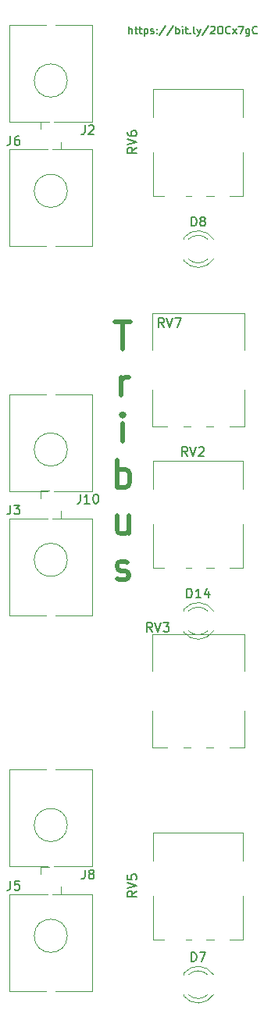
<source format=gbr>
%TF.GenerationSoftware,KiCad,Pcbnew,(5.1.9-0-10_14)*%
%TF.CreationDate,2021-04-20T22:44:58+02:00*%
%TF.ProjectId,tribus_front,74726962-7573-45f6-9672-6f6e742e6b69,rev?*%
%TF.SameCoordinates,Original*%
%TF.FileFunction,Legend,Top*%
%TF.FilePolarity,Positive*%
%FSLAX46Y46*%
G04 Gerber Fmt 4.6, Leading zero omitted, Abs format (unit mm)*
G04 Created by KiCad (PCBNEW (5.1.9-0-10_14)) date 2021-04-20 22:44:58*
%MOMM*%
%LPD*%
G01*
G04 APERTURE LIST*
%ADD10C,0.200000*%
%ADD11C,0.500000*%
%ADD12C,0.120000*%
%ADD13C,0.150000*%
G04 APERTURE END LIST*
D10*
X13405714Y-1631904D02*
X13405714Y-831904D01*
X13748571Y-1631904D02*
X13748571Y-1212857D01*
X13710476Y-1136666D01*
X13634285Y-1098571D01*
X13520000Y-1098571D01*
X13443809Y-1136666D01*
X13405714Y-1174761D01*
X14015238Y-1098571D02*
X14320000Y-1098571D01*
X14129523Y-831904D02*
X14129523Y-1517619D01*
X14167619Y-1593809D01*
X14243809Y-1631904D01*
X14320000Y-1631904D01*
X14472380Y-1098571D02*
X14777142Y-1098571D01*
X14586666Y-831904D02*
X14586666Y-1517619D01*
X14624761Y-1593809D01*
X14700952Y-1631904D01*
X14777142Y-1631904D01*
X15043809Y-1098571D02*
X15043809Y-1898571D01*
X15043809Y-1136666D02*
X15120000Y-1098571D01*
X15272380Y-1098571D01*
X15348571Y-1136666D01*
X15386666Y-1174761D01*
X15424761Y-1250952D01*
X15424761Y-1479523D01*
X15386666Y-1555714D01*
X15348571Y-1593809D01*
X15272380Y-1631904D01*
X15120000Y-1631904D01*
X15043809Y-1593809D01*
X15729523Y-1593809D02*
X15805714Y-1631904D01*
X15958095Y-1631904D01*
X16034285Y-1593809D01*
X16072380Y-1517619D01*
X16072380Y-1479523D01*
X16034285Y-1403333D01*
X15958095Y-1365238D01*
X15843809Y-1365238D01*
X15767619Y-1327142D01*
X15729523Y-1250952D01*
X15729523Y-1212857D01*
X15767619Y-1136666D01*
X15843809Y-1098571D01*
X15958095Y-1098571D01*
X16034285Y-1136666D01*
X16415238Y-1555714D02*
X16453333Y-1593809D01*
X16415238Y-1631904D01*
X16377142Y-1593809D01*
X16415238Y-1555714D01*
X16415238Y-1631904D01*
X16415238Y-1136666D02*
X16453333Y-1174761D01*
X16415238Y-1212857D01*
X16377142Y-1174761D01*
X16415238Y-1136666D01*
X16415238Y-1212857D01*
X17367619Y-793809D02*
X16681904Y-1822380D01*
X18205714Y-793809D02*
X17520000Y-1822380D01*
X18472380Y-1631904D02*
X18472380Y-831904D01*
X18472380Y-1136666D02*
X18548571Y-1098571D01*
X18700952Y-1098571D01*
X18777142Y-1136666D01*
X18815238Y-1174761D01*
X18853333Y-1250952D01*
X18853333Y-1479523D01*
X18815238Y-1555714D01*
X18777142Y-1593809D01*
X18700952Y-1631904D01*
X18548571Y-1631904D01*
X18472380Y-1593809D01*
X19196190Y-1631904D02*
X19196190Y-1098571D01*
X19196190Y-831904D02*
X19158095Y-870000D01*
X19196190Y-908095D01*
X19234285Y-870000D01*
X19196190Y-831904D01*
X19196190Y-908095D01*
X19462857Y-1098571D02*
X19767619Y-1098571D01*
X19577142Y-831904D02*
X19577142Y-1517619D01*
X19615238Y-1593809D01*
X19691428Y-1631904D01*
X19767619Y-1631904D01*
X20034285Y-1555714D02*
X20072380Y-1593809D01*
X20034285Y-1631904D01*
X19996190Y-1593809D01*
X20034285Y-1555714D01*
X20034285Y-1631904D01*
X20529523Y-1631904D02*
X20453333Y-1593809D01*
X20415238Y-1517619D01*
X20415238Y-831904D01*
X20758095Y-1098571D02*
X20948571Y-1631904D01*
X21139047Y-1098571D02*
X20948571Y-1631904D01*
X20872380Y-1822380D01*
X20834285Y-1860476D01*
X20758095Y-1898571D01*
X22015238Y-793809D02*
X21329523Y-1822380D01*
X22243809Y-908095D02*
X22281904Y-870000D01*
X22358095Y-831904D01*
X22548571Y-831904D01*
X22624761Y-870000D01*
X22662857Y-908095D01*
X22700952Y-984285D01*
X22700952Y-1060476D01*
X22662857Y-1174761D01*
X22205714Y-1631904D01*
X22700952Y-1631904D01*
X23196190Y-831904D02*
X23348571Y-831904D01*
X23424761Y-870000D01*
X23500952Y-946190D01*
X23539047Y-1098571D01*
X23539047Y-1365238D01*
X23500952Y-1517619D01*
X23424761Y-1593809D01*
X23348571Y-1631904D01*
X23196190Y-1631904D01*
X23120000Y-1593809D01*
X23043809Y-1517619D01*
X23005714Y-1365238D01*
X23005714Y-1098571D01*
X23043809Y-946190D01*
X23120000Y-870000D01*
X23196190Y-831904D01*
X24339047Y-1555714D02*
X24300952Y-1593809D01*
X24186666Y-1631904D01*
X24110476Y-1631904D01*
X23996190Y-1593809D01*
X23920000Y-1517619D01*
X23881904Y-1441428D01*
X23843809Y-1289047D01*
X23843809Y-1174761D01*
X23881904Y-1022380D01*
X23920000Y-946190D01*
X23996190Y-870000D01*
X24110476Y-831904D01*
X24186666Y-831904D01*
X24300952Y-870000D01*
X24339047Y-908095D01*
X24605714Y-1631904D02*
X25024761Y-1098571D01*
X24605714Y-1098571D02*
X25024761Y-1631904D01*
X25253333Y-831904D02*
X25786666Y-831904D01*
X25443809Y-1631904D01*
X26434285Y-1098571D02*
X26434285Y-1746190D01*
X26396190Y-1822380D01*
X26358095Y-1860476D01*
X26281904Y-1898571D01*
X26167619Y-1898571D01*
X26091428Y-1860476D01*
X26434285Y-1593809D02*
X26358095Y-1631904D01*
X26205714Y-1631904D01*
X26129523Y-1593809D01*
X26091428Y-1555714D01*
X26053333Y-1479523D01*
X26053333Y-1250952D01*
X26091428Y-1174761D01*
X26129523Y-1136666D01*
X26205714Y-1098571D01*
X26358095Y-1098571D01*
X26434285Y-1136666D01*
X27272380Y-1555714D02*
X27234285Y-1593809D01*
X27120000Y-1631904D01*
X27043809Y-1631904D01*
X26929523Y-1593809D01*
X26853333Y-1517619D01*
X26815238Y-1441428D01*
X26777142Y-1289047D01*
X26777142Y-1174761D01*
X26815238Y-1022380D01*
X26853333Y-946190D01*
X26929523Y-870000D01*
X27043809Y-831904D01*
X27120000Y-831904D01*
X27234285Y-870000D01*
X27272380Y-908095D01*
D11*
X11842857Y-32847142D02*
X13557142Y-32847142D01*
X12700000Y-35847142D02*
X12700000Y-32847142D01*
X12485714Y-40847142D02*
X12485714Y-38847142D01*
X12485714Y-39418571D02*
X12628571Y-39132857D01*
X12771428Y-38990000D01*
X13057142Y-38847142D01*
X13342857Y-38847142D01*
X12700000Y-45847142D02*
X12700000Y-43847142D01*
X12700000Y-42847142D02*
X12557142Y-42990000D01*
X12700000Y-43132857D01*
X12842857Y-42990000D01*
X12700000Y-42847142D01*
X12700000Y-43132857D01*
X12057142Y-50847142D02*
X12057142Y-47847142D01*
X12057142Y-48990000D02*
X12342857Y-48847142D01*
X12914285Y-48847142D01*
X13200000Y-48990000D01*
X13342857Y-49132857D01*
X13485714Y-49418571D01*
X13485714Y-50275714D01*
X13342857Y-50561428D01*
X13200000Y-50704285D01*
X12914285Y-50847142D01*
X12342857Y-50847142D01*
X12057142Y-50704285D01*
X13342857Y-53847142D02*
X13342857Y-55847142D01*
X12057142Y-53847142D02*
X12057142Y-55418571D01*
X12200000Y-55704285D01*
X12485714Y-55847142D01*
X12914285Y-55847142D01*
X13200000Y-55704285D01*
X13342857Y-55561428D01*
X12057142Y-60704285D02*
X12342857Y-60847142D01*
X12914285Y-60847142D01*
X13200000Y-60704285D01*
X13342857Y-60418571D01*
X13342857Y-60275714D01*
X13200000Y-59990000D01*
X12914285Y-59847142D01*
X12485714Y-59847142D01*
X12200000Y-59704285D01*
X12057142Y-59418571D01*
X12057142Y-59275714D01*
X12200000Y-58990000D01*
X12485714Y-58847142D01*
X12914285Y-58847142D01*
X13200000Y-58990000D01*
D12*
%TO.C,D14*%
X19310000Y-64064000D02*
X19310000Y-64220000D01*
X19310000Y-66380000D02*
X19310000Y-66536000D01*
X21911130Y-66379837D02*
G75*
G02*
X19829039Y-66380000I-1041130J1079837D01*
G01*
X21911130Y-64220163D02*
G75*
G03*
X19829039Y-64220000I-1041130J-1079837D01*
G01*
X22542335Y-66378608D02*
G75*
G02*
X19310000Y-66535516I-1672335J1078608D01*
G01*
X22542335Y-64221392D02*
G75*
G03*
X19310000Y-64064484I-1672335J-1078608D01*
G01*
%TO.C,J8*%
X5960000Y-94900000D02*
X5100000Y-94900000D01*
X5960000Y-94900000D02*
X5960000Y-94100000D01*
X6700000Y-87420000D02*
G75*
G03*
X6700000Y-87420000I-1800000J0D01*
G01*
X5250000Y-91920000D02*
X9400000Y-91920000D01*
X400000Y-91920000D02*
X4550000Y-91920000D01*
X5400000Y-81420000D02*
X9400000Y-81420000D01*
X400000Y-81420000D02*
X4400000Y-81420000D01*
X400000Y-91920000D02*
X400000Y-81420000D01*
X9400000Y-91920000D02*
X9400000Y-81420000D01*
%TO.C,J5*%
X3840000Y-91950000D02*
X4700000Y-91950000D01*
X3840000Y-91950000D02*
X3840000Y-92750000D01*
X6700000Y-99430000D02*
G75*
G03*
X6700000Y-99430000I-1800000J0D01*
G01*
X4550000Y-94930000D02*
X400000Y-94930000D01*
X9400000Y-94930000D02*
X5250000Y-94930000D01*
X4400000Y-105430000D02*
X400000Y-105430000D01*
X9400000Y-105430000D02*
X5400000Y-105430000D01*
X9400000Y-94930000D02*
X9400000Y-105430000D01*
X400000Y-94930000D02*
X400000Y-105430000D01*
%TO.C,RV5*%
X25770000Y-88230000D02*
X16030000Y-88230000D01*
X25770000Y-99820000D02*
X24280000Y-99820000D01*
X25770000Y-91290000D02*
X25770000Y-88230000D01*
X16020000Y-99820000D02*
X16020000Y-95100000D01*
X16030000Y-91290000D02*
X16030000Y-88230000D01*
X25770000Y-99820000D02*
X25770000Y-95100000D01*
X17210000Y-99820000D02*
X16030000Y-99820000D01*
X20110000Y-99820000D02*
X19580000Y-99820000D01*
X22560000Y-99820000D02*
X21730000Y-99820000D01*
%TO.C,RV3*%
X15879000Y-66780000D02*
X25920000Y-66780000D01*
X24270000Y-79020000D02*
X25920000Y-79020000D01*
X21771000Y-79020000D02*
X22530000Y-79020000D01*
X19271000Y-79020000D02*
X20030000Y-79020000D01*
X15879000Y-79020000D02*
X17529000Y-79020000D01*
X25920000Y-70716000D02*
X25920000Y-66780000D01*
X25920000Y-79020000D02*
X25920000Y-75083000D01*
X15879000Y-70716000D02*
X15879000Y-66780000D01*
X15879000Y-79020000D02*
X15879000Y-75083000D01*
%TO.C,RV2*%
X25770000Y-47930000D02*
X16030000Y-47930000D01*
X25770000Y-59520000D02*
X24280000Y-59520000D01*
X25770000Y-50990000D02*
X25770000Y-47930000D01*
X16020000Y-59520000D02*
X16020000Y-54800000D01*
X16030000Y-50990000D02*
X16030000Y-47930000D01*
X25770000Y-59520000D02*
X25770000Y-54800000D01*
X17210000Y-59520000D02*
X16030000Y-59520000D01*
X20110000Y-59520000D02*
X19580000Y-59520000D01*
X22560000Y-59520000D02*
X21730000Y-59520000D01*
%TO.C,RV7*%
X15879000Y-31980000D02*
X25920000Y-31980000D01*
X24270000Y-44220000D02*
X25920000Y-44220000D01*
X21771000Y-44220000D02*
X22530000Y-44220000D01*
X19271000Y-44220000D02*
X20030000Y-44220000D01*
X15879000Y-44220000D02*
X17529000Y-44220000D01*
X25920000Y-35916000D02*
X25920000Y-31980000D01*
X25920000Y-44220000D02*
X25920000Y-40283000D01*
X15879000Y-35916000D02*
X15879000Y-31980000D01*
X15879000Y-44220000D02*
X15879000Y-40283000D01*
%TO.C,RV6*%
X25770000Y-7630000D02*
X16030000Y-7630000D01*
X25770000Y-19220000D02*
X24280000Y-19220000D01*
X25770000Y-10690000D02*
X25770000Y-7630000D01*
X16020000Y-19220000D02*
X16020000Y-14500000D01*
X16030000Y-10690000D02*
X16030000Y-7630000D01*
X25770000Y-19220000D02*
X25770000Y-14500000D01*
X17210000Y-19220000D02*
X16030000Y-19220000D01*
X20110000Y-19220000D02*
X19580000Y-19220000D01*
X22560000Y-19220000D02*
X21730000Y-19220000D01*
%TO.C,D8*%
X19310000Y-23764000D02*
X19310000Y-23920000D01*
X19310000Y-26080000D02*
X19310000Y-26236000D01*
X21911130Y-26079837D02*
G75*
G02*
X19829039Y-26080000I-1041130J1079837D01*
G01*
X21911130Y-23920163D02*
G75*
G03*
X19829039Y-23920000I-1041130J-1079837D01*
G01*
X22542335Y-26078608D02*
G75*
G02*
X19310000Y-26235516I-1672335J1078608D01*
G01*
X22542335Y-23921392D02*
G75*
G03*
X19310000Y-23764484I-1672335J-1078608D01*
G01*
%TO.C,D7*%
X19310000Y-103494000D02*
X19310000Y-103650000D01*
X19310000Y-105810000D02*
X19310000Y-105966000D01*
X21911130Y-105809837D02*
G75*
G02*
X19829039Y-105810000I-1041130J1079837D01*
G01*
X21911130Y-103650163D02*
G75*
G03*
X19829039Y-103650000I-1041130J-1079837D01*
G01*
X22542335Y-105808608D02*
G75*
G02*
X19310000Y-105965516I-1672335J1078608D01*
G01*
X22542335Y-103651392D02*
G75*
G03*
X19310000Y-103494484I-1672335J-1078608D01*
G01*
%TO.C,J2*%
X5960000Y-14200000D02*
X5100000Y-14200000D01*
X5960000Y-14200000D02*
X5960000Y-13400000D01*
X6700000Y-6720000D02*
G75*
G03*
X6700000Y-6720000I-1800000J0D01*
G01*
X5250000Y-11220000D02*
X9400000Y-11220000D01*
X400000Y-11220000D02*
X4550000Y-11220000D01*
X5400000Y-720000D02*
X9400000Y-720000D01*
X400000Y-720000D02*
X4400000Y-720000D01*
X400000Y-11220000D02*
X400000Y-720000D01*
X9400000Y-11220000D02*
X9400000Y-720000D01*
%TO.C,J6*%
X3840000Y-11200000D02*
X4700000Y-11200000D01*
X3840000Y-11200000D02*
X3840000Y-12000000D01*
X6700000Y-18680000D02*
G75*
G03*
X6700000Y-18680000I-1800000J0D01*
G01*
X4550000Y-14180000D02*
X400000Y-14180000D01*
X9400000Y-14180000D02*
X5250000Y-14180000D01*
X4400000Y-24680000D02*
X400000Y-24680000D01*
X9400000Y-24680000D02*
X5400000Y-24680000D01*
X9400000Y-14180000D02*
X9400000Y-24680000D01*
X400000Y-14180000D02*
X400000Y-24680000D01*
%TO.C,J10*%
X5960000Y-54200000D02*
X5100000Y-54200000D01*
X5960000Y-54200000D02*
X5960000Y-53400000D01*
X6700000Y-46720000D02*
G75*
G03*
X6700000Y-46720000I-1800000J0D01*
G01*
X5250000Y-51220000D02*
X9400000Y-51220000D01*
X400000Y-51220000D02*
X4550000Y-51220000D01*
X5400000Y-40720000D02*
X9400000Y-40720000D01*
X400000Y-40720000D02*
X4400000Y-40720000D01*
X400000Y-51220000D02*
X400000Y-40720000D01*
X9400000Y-51220000D02*
X9400000Y-40720000D01*
%TO.C,J3*%
X3840000Y-51200000D02*
X4700000Y-51200000D01*
X3840000Y-51200000D02*
X3840000Y-52000000D01*
X6700000Y-58680000D02*
G75*
G03*
X6700000Y-58680000I-1800000J0D01*
G01*
X4550000Y-54180000D02*
X400000Y-54180000D01*
X9400000Y-54180000D02*
X5250000Y-54180000D01*
X4400000Y-64680000D02*
X400000Y-64680000D01*
X9400000Y-64680000D02*
X5400000Y-64680000D01*
X9400000Y-54180000D02*
X9400000Y-64680000D01*
X400000Y-54180000D02*
X400000Y-64680000D01*
%TO.C,D14*%
D13*
X19655714Y-62792380D02*
X19655714Y-61792380D01*
X19893809Y-61792380D01*
X20036666Y-61840000D01*
X20131904Y-61935238D01*
X20179523Y-62030476D01*
X20227142Y-62220952D01*
X20227142Y-62363809D01*
X20179523Y-62554285D01*
X20131904Y-62649523D01*
X20036666Y-62744761D01*
X19893809Y-62792380D01*
X19655714Y-62792380D01*
X21179523Y-62792380D02*
X20608095Y-62792380D01*
X20893809Y-62792380D02*
X20893809Y-61792380D01*
X20798571Y-61935238D01*
X20703333Y-62030476D01*
X20608095Y-62078095D01*
X22036666Y-62125714D02*
X22036666Y-62792380D01*
X21798571Y-61744761D02*
X21560476Y-62459047D01*
X22179523Y-62459047D01*
%TO.C,J8*%
X8596666Y-92272380D02*
X8596666Y-92986666D01*
X8549047Y-93129523D01*
X8453809Y-93224761D01*
X8310952Y-93272380D01*
X8215714Y-93272380D01*
X9215714Y-92700952D02*
X9120476Y-92653333D01*
X9072857Y-92605714D01*
X9025238Y-92510476D01*
X9025238Y-92462857D01*
X9072857Y-92367619D01*
X9120476Y-92320000D01*
X9215714Y-92272380D01*
X9406190Y-92272380D01*
X9501428Y-92320000D01*
X9549047Y-92367619D01*
X9596666Y-92462857D01*
X9596666Y-92510476D01*
X9549047Y-92605714D01*
X9501428Y-92653333D01*
X9406190Y-92700952D01*
X9215714Y-92700952D01*
X9120476Y-92748571D01*
X9072857Y-92796190D01*
X9025238Y-92891428D01*
X9025238Y-93081904D01*
X9072857Y-93177142D01*
X9120476Y-93224761D01*
X9215714Y-93272380D01*
X9406190Y-93272380D01*
X9501428Y-93224761D01*
X9549047Y-93177142D01*
X9596666Y-93081904D01*
X9596666Y-92891428D01*
X9549047Y-92796190D01*
X9501428Y-92748571D01*
X9406190Y-92700952D01*
%TO.C,J5*%
X536666Y-93482380D02*
X536666Y-94196666D01*
X489047Y-94339523D01*
X393809Y-94434761D01*
X250952Y-94482380D01*
X155714Y-94482380D01*
X1489047Y-93482380D02*
X1012857Y-93482380D01*
X965238Y-93958571D01*
X1012857Y-93910952D01*
X1108095Y-93863333D01*
X1346190Y-93863333D01*
X1441428Y-93910952D01*
X1489047Y-93958571D01*
X1536666Y-94053809D01*
X1536666Y-94291904D01*
X1489047Y-94387142D01*
X1441428Y-94434761D01*
X1346190Y-94482380D01*
X1108095Y-94482380D01*
X1012857Y-94434761D01*
X965238Y-94387142D01*
%TO.C,RV5*%
X14212380Y-94585238D02*
X13736190Y-94918571D01*
X14212380Y-95156666D02*
X13212380Y-95156666D01*
X13212380Y-94775714D01*
X13260000Y-94680476D01*
X13307619Y-94632857D01*
X13402857Y-94585238D01*
X13545714Y-94585238D01*
X13640952Y-94632857D01*
X13688571Y-94680476D01*
X13736190Y-94775714D01*
X13736190Y-95156666D01*
X13212380Y-94299523D02*
X14212380Y-93966190D01*
X13212380Y-93632857D01*
X13212380Y-92823333D02*
X13212380Y-93299523D01*
X13688571Y-93347142D01*
X13640952Y-93299523D01*
X13593333Y-93204285D01*
X13593333Y-92966190D01*
X13640952Y-92870952D01*
X13688571Y-92823333D01*
X13783809Y-92775714D01*
X14021904Y-92775714D01*
X14117142Y-92823333D01*
X14164761Y-92870952D01*
X14212380Y-92966190D01*
X14212380Y-93204285D01*
X14164761Y-93299523D01*
X14117142Y-93347142D01*
%TO.C,RV3*%
X15914761Y-66492380D02*
X15581428Y-66016190D01*
X15343333Y-66492380D02*
X15343333Y-65492380D01*
X15724285Y-65492380D01*
X15819523Y-65540000D01*
X15867142Y-65587619D01*
X15914761Y-65682857D01*
X15914761Y-65825714D01*
X15867142Y-65920952D01*
X15819523Y-65968571D01*
X15724285Y-66016190D01*
X15343333Y-66016190D01*
X16200476Y-65492380D02*
X16533809Y-66492380D01*
X16867142Y-65492380D01*
X17105238Y-65492380D02*
X17724285Y-65492380D01*
X17390952Y-65873333D01*
X17533809Y-65873333D01*
X17629047Y-65920952D01*
X17676666Y-65968571D01*
X17724285Y-66063809D01*
X17724285Y-66301904D01*
X17676666Y-66397142D01*
X17629047Y-66444761D01*
X17533809Y-66492380D01*
X17248095Y-66492380D01*
X17152857Y-66444761D01*
X17105238Y-66397142D01*
%TO.C,RV2*%
X19724761Y-47442380D02*
X19391428Y-46966190D01*
X19153333Y-47442380D02*
X19153333Y-46442380D01*
X19534285Y-46442380D01*
X19629523Y-46490000D01*
X19677142Y-46537619D01*
X19724761Y-46632857D01*
X19724761Y-46775714D01*
X19677142Y-46870952D01*
X19629523Y-46918571D01*
X19534285Y-46966190D01*
X19153333Y-46966190D01*
X20010476Y-46442380D02*
X20343809Y-47442380D01*
X20677142Y-46442380D01*
X20962857Y-46537619D02*
X21010476Y-46490000D01*
X21105714Y-46442380D01*
X21343809Y-46442380D01*
X21439047Y-46490000D01*
X21486666Y-46537619D01*
X21534285Y-46632857D01*
X21534285Y-46728095D01*
X21486666Y-46870952D01*
X20915238Y-47442380D01*
X21534285Y-47442380D01*
%TO.C,RV7*%
X17184761Y-33472380D02*
X16851428Y-32996190D01*
X16613333Y-33472380D02*
X16613333Y-32472380D01*
X16994285Y-32472380D01*
X17089523Y-32520000D01*
X17137142Y-32567619D01*
X17184761Y-32662857D01*
X17184761Y-32805714D01*
X17137142Y-32900952D01*
X17089523Y-32948571D01*
X16994285Y-32996190D01*
X16613333Y-32996190D01*
X17470476Y-32472380D02*
X17803809Y-33472380D01*
X18137142Y-32472380D01*
X18375238Y-32472380D02*
X19041904Y-32472380D01*
X18613333Y-33472380D01*
%TO.C,RV6*%
X14212380Y-13985238D02*
X13736190Y-14318571D01*
X14212380Y-14556666D02*
X13212380Y-14556666D01*
X13212380Y-14175714D01*
X13260000Y-14080476D01*
X13307619Y-14032857D01*
X13402857Y-13985238D01*
X13545714Y-13985238D01*
X13640952Y-14032857D01*
X13688571Y-14080476D01*
X13736190Y-14175714D01*
X13736190Y-14556666D01*
X13212380Y-13699523D02*
X14212380Y-13366190D01*
X13212380Y-13032857D01*
X13212380Y-12270952D02*
X13212380Y-12461428D01*
X13260000Y-12556666D01*
X13307619Y-12604285D01*
X13450476Y-12699523D01*
X13640952Y-12747142D01*
X14021904Y-12747142D01*
X14117142Y-12699523D01*
X14164761Y-12651904D01*
X14212380Y-12556666D01*
X14212380Y-12366190D01*
X14164761Y-12270952D01*
X14117142Y-12223333D01*
X14021904Y-12175714D01*
X13783809Y-12175714D01*
X13688571Y-12223333D01*
X13640952Y-12270952D01*
X13593333Y-12366190D01*
X13593333Y-12556666D01*
X13640952Y-12651904D01*
X13688571Y-12699523D01*
X13783809Y-12747142D01*
%TO.C,D8*%
X20131904Y-22492380D02*
X20131904Y-21492380D01*
X20370000Y-21492380D01*
X20512857Y-21540000D01*
X20608095Y-21635238D01*
X20655714Y-21730476D01*
X20703333Y-21920952D01*
X20703333Y-22063809D01*
X20655714Y-22254285D01*
X20608095Y-22349523D01*
X20512857Y-22444761D01*
X20370000Y-22492380D01*
X20131904Y-22492380D01*
X21274761Y-21920952D02*
X21179523Y-21873333D01*
X21131904Y-21825714D01*
X21084285Y-21730476D01*
X21084285Y-21682857D01*
X21131904Y-21587619D01*
X21179523Y-21540000D01*
X21274761Y-21492380D01*
X21465238Y-21492380D01*
X21560476Y-21540000D01*
X21608095Y-21587619D01*
X21655714Y-21682857D01*
X21655714Y-21730476D01*
X21608095Y-21825714D01*
X21560476Y-21873333D01*
X21465238Y-21920952D01*
X21274761Y-21920952D01*
X21179523Y-21968571D01*
X21131904Y-22016190D01*
X21084285Y-22111428D01*
X21084285Y-22301904D01*
X21131904Y-22397142D01*
X21179523Y-22444761D01*
X21274761Y-22492380D01*
X21465238Y-22492380D01*
X21560476Y-22444761D01*
X21608095Y-22397142D01*
X21655714Y-22301904D01*
X21655714Y-22111428D01*
X21608095Y-22016190D01*
X21560476Y-21968571D01*
X21465238Y-21920952D01*
%TO.C,D7*%
X20131904Y-102222380D02*
X20131904Y-101222380D01*
X20370000Y-101222380D01*
X20512857Y-101270000D01*
X20608095Y-101365238D01*
X20655714Y-101460476D01*
X20703333Y-101650952D01*
X20703333Y-101793809D01*
X20655714Y-101984285D01*
X20608095Y-102079523D01*
X20512857Y-102174761D01*
X20370000Y-102222380D01*
X20131904Y-102222380D01*
X21036666Y-101222380D02*
X21703333Y-101222380D01*
X21274761Y-102222380D01*
%TO.C,J2*%
X8596666Y-11572380D02*
X8596666Y-12286666D01*
X8549047Y-12429523D01*
X8453809Y-12524761D01*
X8310952Y-12572380D01*
X8215714Y-12572380D01*
X9025238Y-11667619D02*
X9072857Y-11620000D01*
X9168095Y-11572380D01*
X9406190Y-11572380D01*
X9501428Y-11620000D01*
X9549047Y-11667619D01*
X9596666Y-11762857D01*
X9596666Y-11858095D01*
X9549047Y-12000952D01*
X8977619Y-12572380D01*
X9596666Y-12572380D01*
%TO.C,J6*%
X536666Y-12732380D02*
X536666Y-13446666D01*
X489047Y-13589523D01*
X393809Y-13684761D01*
X250952Y-13732380D01*
X155714Y-13732380D01*
X1441428Y-12732380D02*
X1250952Y-12732380D01*
X1155714Y-12780000D01*
X1108095Y-12827619D01*
X1012857Y-12970476D01*
X965238Y-13160952D01*
X965238Y-13541904D01*
X1012857Y-13637142D01*
X1060476Y-13684761D01*
X1155714Y-13732380D01*
X1346190Y-13732380D01*
X1441428Y-13684761D01*
X1489047Y-13637142D01*
X1536666Y-13541904D01*
X1536666Y-13303809D01*
X1489047Y-13208571D01*
X1441428Y-13160952D01*
X1346190Y-13113333D01*
X1155714Y-13113333D01*
X1060476Y-13160952D01*
X1012857Y-13208571D01*
X965238Y-13303809D01*
%TO.C,J10*%
X8120476Y-51572380D02*
X8120476Y-52286666D01*
X8072857Y-52429523D01*
X7977619Y-52524761D01*
X7834761Y-52572380D01*
X7739523Y-52572380D01*
X9120476Y-52572380D02*
X8549047Y-52572380D01*
X8834761Y-52572380D02*
X8834761Y-51572380D01*
X8739523Y-51715238D01*
X8644285Y-51810476D01*
X8549047Y-51858095D01*
X9739523Y-51572380D02*
X9834761Y-51572380D01*
X9930000Y-51620000D01*
X9977619Y-51667619D01*
X10025238Y-51762857D01*
X10072857Y-51953333D01*
X10072857Y-52191428D01*
X10025238Y-52381904D01*
X9977619Y-52477142D01*
X9930000Y-52524761D01*
X9834761Y-52572380D01*
X9739523Y-52572380D01*
X9644285Y-52524761D01*
X9596666Y-52477142D01*
X9549047Y-52381904D01*
X9501428Y-52191428D01*
X9501428Y-51953333D01*
X9549047Y-51762857D01*
X9596666Y-51667619D01*
X9644285Y-51620000D01*
X9739523Y-51572380D01*
%TO.C,J3*%
X536666Y-52732380D02*
X536666Y-53446666D01*
X489047Y-53589523D01*
X393809Y-53684761D01*
X250952Y-53732380D01*
X155714Y-53732380D01*
X917619Y-52732380D02*
X1536666Y-52732380D01*
X1203333Y-53113333D01*
X1346190Y-53113333D01*
X1441428Y-53160952D01*
X1489047Y-53208571D01*
X1536666Y-53303809D01*
X1536666Y-53541904D01*
X1489047Y-53637142D01*
X1441428Y-53684761D01*
X1346190Y-53732380D01*
X1060476Y-53732380D01*
X965238Y-53684761D01*
X917619Y-53637142D01*
%TD*%
M02*

</source>
